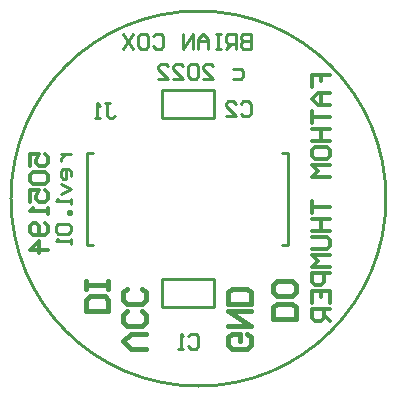
<source format=gbo>
%FSLAX25Y25*%
%MOIN*%
G70*
G01*
G75*
G04 Layer_Color=33789*
%ADD10R,0.05906X0.05906*%
%ADD11R,0.05906X0.05906*%
%ADD12P,0.08352X4X337.5*%
%ADD13P,0.08352X4X382.5*%
%ADD14P,0.08352X4X67.5*%
%ADD15P,0.08352X4X112.5*%
%ADD16C,0.02500*%
%ADD17C,0.04000*%
%ADD18R,0.05000X0.08000*%
%ADD19R,0.12205X0.17716*%
%ADD20C,0.05000*%
%ADD21C,0.01000*%
%ADD22C,0.01200*%
%ADD23C,0.01500*%
D21*
X1162500Y800000D02*
G03*
X1162500Y800000I-62500J0D01*
G01*
X1105016Y763984D02*
Y773016D01*
X1087984D02*
X1105016D01*
X1087984Y763984D02*
Y773016D01*
Y763984D02*
X1105016D01*
Y826984D02*
Y836016D01*
X1087984D02*
X1105016D01*
X1087984Y826984D02*
Y836016D01*
Y826984D02*
X1105016D01*
X1127874Y815059D02*
X1129842D01*
Y784547D02*
Y815059D01*
X1127874Y784547D02*
X1129842D01*
X1062913Y815059D02*
X1064882D01*
X1062913Y784547D02*
Y815059D01*
Y784547D02*
X1064882D01*
X1068715Y831781D02*
X1070381D01*
X1069548D01*
Y827615D01*
X1070381Y826782D01*
X1071214D01*
X1072047Y827615D01*
X1067049Y826782D02*
X1065383D01*
X1066216D01*
Y831781D01*
X1067049Y830947D01*
X1114168Y831665D02*
X1115001Y832498D01*
X1116667D01*
X1117500Y831665D01*
Y828333D01*
X1116667Y827500D01*
X1115001D01*
X1114168Y828333D01*
X1109169Y827500D02*
X1112502D01*
X1109169Y830832D01*
Y831665D01*
X1110002Y832498D01*
X1111669D01*
X1112502Y831665D01*
X1096668Y754165D02*
X1097501Y754998D01*
X1099167D01*
X1100000Y754165D01*
Y750833D01*
X1099167Y750000D01*
X1097501D01*
X1096668Y750833D01*
X1095002Y750000D02*
X1093336D01*
X1094169D01*
Y754998D01*
X1095002Y754165D01*
X1111668Y843332D02*
X1114167D01*
X1115000Y842499D01*
Y840833D01*
X1114167Y840000D01*
X1111668D01*
X1101671D02*
X1105003D01*
X1101671Y843332D01*
Y844165D01*
X1102504Y844998D01*
X1104170D01*
X1105003Y844165D01*
X1100005D02*
X1099172Y844998D01*
X1097506D01*
X1096673Y844165D01*
Y840833D01*
X1097506Y840000D01*
X1099172D01*
X1100005Y840833D01*
Y844165D01*
X1091674Y840000D02*
X1095006D01*
X1091674Y843332D01*
Y844165D01*
X1092507Y844998D01*
X1094173D01*
X1095006Y844165D01*
X1086676Y840000D02*
X1090008D01*
X1086676Y843332D01*
Y844165D01*
X1087509Y844998D01*
X1089175D01*
X1090008Y844165D01*
X1117500Y854998D02*
Y850000D01*
X1115001D01*
X1114168Y850833D01*
Y851666D01*
X1115001Y852499D01*
X1117500D01*
X1115001D01*
X1114168Y853332D01*
Y854165D01*
X1115001Y854998D01*
X1117500D01*
X1112502Y850000D02*
Y854998D01*
X1110002D01*
X1109169Y854165D01*
Y852499D01*
X1110002Y851666D01*
X1112502D01*
X1110835D02*
X1109169Y850000D01*
X1107503Y854998D02*
X1105837D01*
X1106670D01*
Y850000D01*
X1107503D01*
X1105837D01*
X1103338D02*
Y853332D01*
X1101672Y854998D01*
X1100006Y853332D01*
Y850000D01*
Y852499D01*
X1103338D01*
X1098339Y850000D02*
Y854998D01*
X1095007Y850000D01*
Y854998D01*
X1085011Y854165D02*
X1085844Y854998D01*
X1087510D01*
X1088343Y854165D01*
Y850833D01*
X1087510Y850000D01*
X1085844D01*
X1085011Y850833D01*
X1080845Y854998D02*
X1082511D01*
X1083344Y854165D01*
Y850833D01*
X1082511Y850000D01*
X1080845D01*
X1080012Y850833D01*
Y854165D01*
X1080845Y854998D01*
X1078346D02*
X1075014Y850000D01*
Y854998D02*
X1078346Y850000D01*
X1054168Y815000D02*
X1057500D01*
X1055834D01*
X1055001Y814167D01*
X1054168Y813334D01*
Y812501D01*
X1057500Y807502D02*
Y809169D01*
X1056667Y810002D01*
X1055001D01*
X1054168Y809169D01*
Y807502D01*
X1055001Y806669D01*
X1055834D01*
Y810002D01*
X1054168Y805003D02*
X1057500Y803337D01*
X1054168Y801671D01*
X1057500Y800005D02*
Y798339D01*
Y799172D01*
X1052502D01*
X1053335Y800005D01*
X1057500Y795840D02*
X1056667D01*
Y795007D01*
X1057500D01*
Y795840D01*
X1053335Y791674D02*
X1052502Y790841D01*
Y789175D01*
X1053335Y788342D01*
X1056667D01*
X1057500Y789175D01*
Y790841D01*
X1056667Y791674D01*
X1053335D01*
X1057500Y786676D02*
Y785010D01*
Y785843D01*
X1052502D01*
X1053335Y786676D01*
D22*
X1044002Y811001D02*
Y815000D01*
X1047001D01*
X1046001Y813001D01*
Y812001D01*
X1047001Y811001D01*
X1049000D01*
X1050000Y812001D01*
Y814000D01*
X1049000Y815000D01*
X1045002Y809002D02*
X1044002Y808002D01*
Y806003D01*
X1045002Y805003D01*
X1049000D01*
X1050000Y806003D01*
Y808002D01*
X1049000Y809002D01*
X1045002D01*
X1044002Y799005D02*
Y803004D01*
X1047001D01*
X1046001Y801005D01*
Y800005D01*
X1047001Y799005D01*
X1049000D01*
X1050000Y800005D01*
Y802004D01*
X1049000Y803004D01*
X1050000Y797006D02*
Y795007D01*
Y796006D01*
X1044002D01*
X1045002Y797006D01*
X1049000Y792007D02*
X1050000Y791008D01*
Y789008D01*
X1049000Y788009D01*
X1045002D01*
X1044002Y789008D01*
Y791008D01*
X1045002Y792007D01*
X1046001D01*
X1047001Y791008D01*
Y788009D01*
X1050000Y783010D02*
X1044002D01*
X1047001Y786009D01*
Y782011D01*
X1137752Y837251D02*
Y841250D01*
X1140751D01*
Y839251D01*
Y841250D01*
X1143750D01*
Y835252D02*
X1139751D01*
X1137752Y833253D01*
X1139751Y831253D01*
X1143750D01*
X1140751D01*
Y835252D01*
X1137752Y829254D02*
Y825255D01*
Y827254D01*
X1143750D01*
X1137752Y823256D02*
X1143750D01*
X1140751D01*
Y819257D01*
X1137752D01*
X1143750D01*
X1137752Y814259D02*
Y816258D01*
X1138752Y817258D01*
X1142750D01*
X1143750Y816258D01*
Y814259D01*
X1142750Y813259D01*
X1138752D01*
X1137752Y814259D01*
X1143750Y811260D02*
X1137752D01*
X1139751Y809260D01*
X1137752Y807261D01*
X1143750D01*
X1137752Y799264D02*
Y795265D01*
Y797264D01*
X1143750D01*
X1137752Y793265D02*
X1143750D01*
X1140751D01*
Y789267D01*
X1137752D01*
X1143750D01*
X1137752Y787267D02*
X1142750D01*
X1143750Y786268D01*
Y784268D01*
X1142750Y783269D01*
X1137752D01*
X1143750Y781269D02*
X1137752D01*
X1139751Y779270D01*
X1137752Y777271D01*
X1143750D01*
Y775271D02*
X1137752D01*
Y772272D01*
X1138752Y771273D01*
X1140751D01*
X1141751Y772272D01*
Y775271D01*
X1137752Y765275D02*
Y769273D01*
X1143750D01*
Y765275D01*
X1140751Y769273D02*
Y767274D01*
X1143750Y763275D02*
X1137752D01*
Y760276D01*
X1138752Y759276D01*
X1140751D01*
X1141751Y760276D01*
Y763275D01*
Y761276D02*
X1143750Y759276D01*
D23*
X1069998Y762500D02*
X1062500D01*
Y766249D01*
X1063750Y767498D01*
X1068748D01*
X1069998Y766249D01*
Y762500D01*
Y769998D02*
Y772497D01*
Y771247D01*
X1062500D01*
Y769998D01*
Y772497D01*
X1116248Y754998D02*
X1117498Y753749D01*
Y751250D01*
X1116248Y750000D01*
X1111250D01*
X1110000Y751250D01*
Y753749D01*
X1111250Y754998D01*
X1113749D01*
Y752499D01*
X1110000Y757498D02*
X1117498D01*
X1110000Y762496D01*
X1117498D01*
Y764995D02*
X1110000D01*
Y768744D01*
X1111250Y769993D01*
X1116248D01*
X1117498Y768744D01*
Y764995D01*
X1082498Y750000D02*
X1077499D01*
X1075000Y752499D01*
X1077499Y754998D01*
X1082498D01*
X1081248Y762496D02*
X1082498Y761246D01*
Y758747D01*
X1081248Y757498D01*
X1076250D01*
X1075000Y758747D01*
Y761246D01*
X1076250Y762496D01*
X1081248Y769993D02*
X1082498Y768744D01*
Y766245D01*
X1081248Y764995D01*
X1076250D01*
X1075000Y766245D01*
Y768744D01*
X1076250Y769993D01*
X1132498Y760000D02*
X1125000D01*
Y763749D01*
X1126250Y764998D01*
X1131248D01*
X1132498Y763749D01*
Y760000D01*
Y771246D02*
Y768747D01*
X1131248Y767498D01*
X1126250D01*
X1125000Y768747D01*
Y771246D01*
X1126250Y772496D01*
X1131248D01*
X1132498Y771246D01*
M02*

</source>
